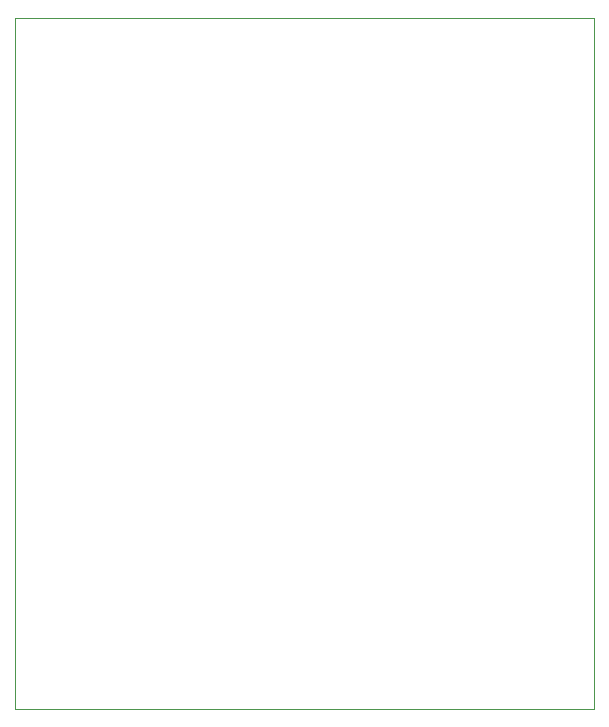
<source format=gbr>
%TF.GenerationSoftware,KiCad,Pcbnew,8.0.5*%
%TF.CreationDate,2025-06-13T10:46:21+02:00*%
%TF.ProjectId,elektroFrogExtensionTHT,656c656b-7472-46f4-9672-6f6745787465,rev?*%
%TF.SameCoordinates,Original*%
%TF.FileFunction,Profile,NP*%
%FSLAX46Y46*%
G04 Gerber Fmt 4.6, Leading zero omitted, Abs format (unit mm)*
G04 Created by KiCad (PCBNEW 8.0.5) date 2025-06-13 10:46:21*
%MOMM*%
%LPD*%
G01*
G04 APERTURE LIST*
%TA.AperFunction,Profile*%
%ADD10C,0.100000*%
%TD*%
G04 APERTURE END LIST*
D10*
X193000000Y-77000000D02*
X242000000Y-77000000D01*
X242000000Y-135500000D01*
X193000000Y-135500000D01*
X193000000Y-77000000D01*
M02*

</source>
